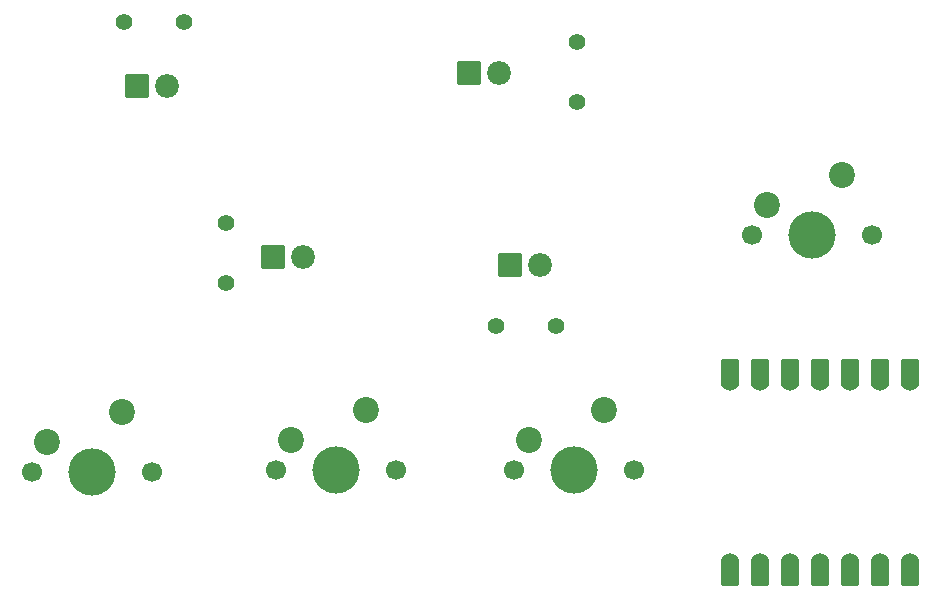
<source format=gbr>
%TF.GenerationSoftware,KiCad,Pcbnew,9.0.2*%
%TF.CreationDate,2025-06-28T19:08:21-05:00*%
%TF.ProjectId,pioneer,70696f6e-6565-4722-9e6b-696361645f70,rev?*%
%TF.SameCoordinates,Original*%
%TF.FileFunction,Soldermask,Top*%
%TF.FilePolarity,Negative*%
%FSLAX46Y46*%
G04 Gerber Fmt 4.6, Leading zero omitted, Abs format (unit mm)*
G04 Created by KiCad (PCBNEW 9.0.2) date 2025-06-28 19:08:21*
%MOMM*%
%LPD*%
G01*
G04 APERTURE LIST*
G04 Aperture macros list*
%AMRoundRect*
0 Rectangle with rounded corners*
0 $1 Rounding radius*
0 $2 $3 $4 $5 $6 $7 $8 $9 X,Y pos of 4 corners*
0 Add a 4 corners polygon primitive as box body*
4,1,4,$2,$3,$4,$5,$6,$7,$8,$9,$2,$3,0*
0 Add four circle primitives for the rounded corners*
1,1,$1+$1,$2,$3*
1,1,$1+$1,$4,$5*
1,1,$1+$1,$6,$7*
1,1,$1+$1,$8,$9*
0 Add four rect primitives between the rounded corners*
20,1,$1+$1,$2,$3,$4,$5,0*
20,1,$1+$1,$4,$5,$6,$7,0*
20,1,$1+$1,$6,$7,$8,$9,0*
20,1,$1+$1,$8,$9,$2,$3,0*%
G04 Aperture macros list end*
%ADD10C,2.019000*%
%ADD11RoundRect,0.102000X-0.907500X-0.907500X0.907500X-0.907500X0.907500X0.907500X-0.907500X0.907500X0*%
%ADD12C,1.700000*%
%ADD13C,4.000000*%
%ADD14C,2.200000*%
%ADD15C,1.400000*%
%ADD16RoundRect,0.152400X0.609600X-1.063600X0.609600X1.063600X-0.609600X1.063600X-0.609600X-1.063600X0*%
%ADD17C,1.524000*%
%ADD18RoundRect,0.152400X-0.609600X1.063600X-0.609600X-1.063600X0.609600X-1.063600X0.609600X1.063600X0*%
G04 APERTURE END LIST*
D10*
%TO.C,D2*%
X52200428Y-100240000D03*
D11*
X49660428Y-100240000D03*
%TD*%
D12*
%TO.C,SW4*%
X81570000Y-132780000D03*
D13*
X86650000Y-132780000D03*
D12*
X91730000Y-132780000D03*
D14*
X89190000Y-127700000D03*
X82840000Y-130240000D03*
%TD*%
D15*
%TO.C,R2*%
X48600000Y-94870000D03*
X53680000Y-94870000D03*
%TD*%
D10*
%TO.C,D5*%
X83820428Y-115470000D03*
D11*
X81280428Y-115470000D03*
%TD*%
D15*
%TO.C,R3*%
X57240000Y-116990000D03*
X57240000Y-111910000D03*
%TD*%
%TO.C,R1*%
X86960000Y-101620000D03*
X86960000Y-96540000D03*
%TD*%
D12*
%TO.C,SW1*%
X101740000Y-112910000D03*
D13*
X106820000Y-112910000D03*
D12*
X111900000Y-112910000D03*
D14*
X109360000Y-107830000D03*
X103010000Y-110370000D03*
%TD*%
D12*
%TO.C,SW2*%
X40830000Y-132920000D03*
D13*
X45910000Y-132920000D03*
D12*
X50990000Y-132920000D03*
D14*
X48450000Y-127840000D03*
X42100000Y-130380000D03*
%TD*%
D10*
%TO.C,D1*%
X80370000Y-99220000D03*
D11*
X77830000Y-99220000D03*
%TD*%
D10*
%TO.C,D3*%
X63730000Y-114740000D03*
D11*
X61190000Y-114740000D03*
%TD*%
D16*
%TO.C,U1*%
X115090000Y-124545000D03*
D17*
X115090000Y-125380000D03*
D16*
X112550000Y-124545000D03*
D17*
X112550000Y-125380000D03*
D16*
X110010000Y-124545000D03*
D17*
X110010000Y-125380000D03*
D16*
X107470000Y-124545000D03*
D17*
X107470000Y-125380000D03*
D16*
X104930000Y-124545000D03*
D17*
X104930000Y-125380000D03*
D16*
X102390000Y-124545000D03*
D17*
X102390000Y-125380000D03*
D16*
X99850000Y-124545000D03*
D17*
X99850000Y-125380000D03*
X99850000Y-140620000D03*
D18*
X99850000Y-141455000D03*
D17*
X102390000Y-140620000D03*
D18*
X102390000Y-141455000D03*
D17*
X104930000Y-140620000D03*
D18*
X104930000Y-141455000D03*
D17*
X107470000Y-140620000D03*
D18*
X107470000Y-141455000D03*
D17*
X110010000Y-140620000D03*
D18*
X110010000Y-141455000D03*
D17*
X112550000Y-140620000D03*
D18*
X112550000Y-141455000D03*
D17*
X115090000Y-140620000D03*
D18*
X115090000Y-141455000D03*
%TD*%
D15*
%TO.C,R4*%
X80110000Y-120610000D03*
X85190000Y-120610000D03*
%TD*%
D12*
%TO.C,SW3*%
X61420000Y-132780000D03*
D13*
X66500000Y-132780000D03*
D12*
X71580000Y-132780000D03*
D14*
X69040000Y-127700000D03*
X62690000Y-130240000D03*
%TD*%
M02*

</source>
